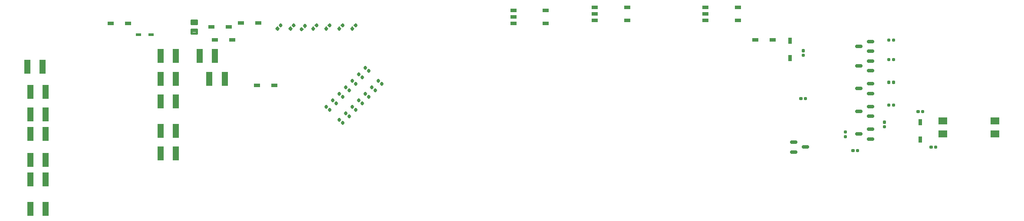
<source format=gbr>
G04 EAGLE Gerber RS-274X export*
G75*
%MOMM*%
%FSLAX34Y34*%
%LPD*%
%INSolderpaste Bottom*%
%IPPOS*%
%AMOC8*
5,1,8,0,0,1.08239X$1,22.5*%
G01*
%ADD10R,1.150000X2.700000*%
%ADD11C,0.240000*%
%ADD12C,0.260000*%
%ADD13R,1.050000X0.500000*%
%ADD14R,1.150000X0.800000*%
%ADD15C,0.460000*%
%ADD16R,0.800000X1.150000*%
%ADD17R,1.800000X1.400000*%
%ADD18C,0.650000*%
%ADD19R,1.200000X0.800000*%


D10*
X543800Y234950D03*
X573800Y234950D03*
X650000Y425450D03*
X620000Y425450D03*
X543800Y336550D03*
X573800Y336550D03*
X543800Y279400D03*
X573800Y279400D03*
X543800Y381000D03*
X573800Y381000D03*
X639050Y381000D03*
X669050Y381000D03*
X543800Y425450D03*
X573800Y425450D03*
X284173Y404585D03*
X314173Y404585D03*
X289800Y355600D03*
X319800Y355600D03*
X289800Y311150D03*
X319800Y311150D03*
X289800Y273050D03*
X319800Y273050D03*
X289800Y222250D03*
X319800Y222250D03*
X289800Y184150D03*
X319800Y184150D03*
X289800Y127000D03*
X319800Y127000D03*
D11*
X889623Y301632D02*
X892168Y304177D01*
X894713Y301632D01*
X892168Y299087D01*
X889623Y301632D01*
X889888Y301367D02*
X894448Y301367D01*
X892698Y303647D02*
X891638Y303647D01*
X898532Y297813D02*
X895987Y295268D01*
X898532Y297813D02*
X901077Y295268D01*
X898532Y292723D01*
X895987Y295268D01*
X896252Y295003D02*
X900812Y295003D01*
X899062Y297283D02*
X898002Y297283D01*
X902323Y314332D02*
X904868Y316877D01*
X907413Y314332D01*
X904868Y311787D01*
X902323Y314332D01*
X902588Y314067D02*
X907148Y314067D01*
X905398Y316347D02*
X904338Y316347D01*
X911232Y310513D02*
X908687Y307968D01*
X911232Y310513D02*
X913777Y307968D01*
X911232Y305423D01*
X908687Y307968D01*
X908952Y307703D02*
X913512Y307703D01*
X911762Y309983D02*
X910702Y309983D01*
X915023Y327032D02*
X917568Y329577D01*
X920113Y327032D01*
X917568Y324487D01*
X915023Y327032D01*
X915288Y326767D02*
X919848Y326767D01*
X918098Y329047D02*
X917038Y329047D01*
X923932Y323213D02*
X921387Y320668D01*
X923932Y323213D02*
X926477Y320668D01*
X923932Y318123D01*
X921387Y320668D01*
X921652Y320403D02*
X926212Y320403D01*
X924462Y322683D02*
X923402Y322683D01*
X927723Y339732D02*
X930268Y342277D01*
X932813Y339732D01*
X930268Y337187D01*
X927723Y339732D01*
X927988Y339467D02*
X932548Y339467D01*
X930798Y341747D02*
X929738Y341747D01*
X936632Y335913D02*
X934087Y333368D01*
X936632Y335913D02*
X939177Y333368D01*
X936632Y330823D01*
X934087Y333368D01*
X934352Y333103D02*
X938912Y333103D01*
X937162Y335383D02*
X936102Y335383D01*
X940423Y352432D02*
X942968Y354977D01*
X945513Y352432D01*
X942968Y349887D01*
X940423Y352432D01*
X940688Y352167D02*
X945248Y352167D01*
X943498Y354447D02*
X942438Y354447D01*
X949332Y348613D02*
X946787Y346068D01*
X949332Y348613D02*
X951877Y346068D01*
X949332Y343523D01*
X946787Y346068D01*
X947052Y345803D02*
X951612Y345803D01*
X949862Y348083D02*
X948802Y348083D01*
X953123Y365132D02*
X955668Y367677D01*
X958213Y365132D01*
X955668Y362587D01*
X953123Y365132D01*
X953388Y364867D02*
X957948Y364867D01*
X956198Y367147D02*
X955138Y367147D01*
X962032Y361313D02*
X959487Y358768D01*
X962032Y361313D02*
X964577Y358768D01*
X962032Y356223D01*
X959487Y358768D01*
X959752Y358503D02*
X964312Y358503D01*
X962562Y360783D02*
X961502Y360783D01*
X965823Y377832D02*
X968368Y380377D01*
X970913Y377832D01*
X968368Y375287D01*
X965823Y377832D01*
X966088Y377567D02*
X970648Y377567D01*
X968898Y379847D02*
X967838Y379847D01*
X974732Y374013D02*
X972187Y371468D01*
X974732Y374013D02*
X977277Y371468D01*
X974732Y368923D01*
X972187Y371468D01*
X972452Y371203D02*
X977012Y371203D01*
X975262Y373483D02*
X974202Y373483D01*
X875677Y320668D02*
X873132Y318123D01*
X870587Y320668D01*
X873132Y323213D01*
X875677Y320668D01*
X875412Y320403D02*
X870852Y320403D01*
X872602Y322683D02*
X873662Y322683D01*
X869313Y327032D02*
X866768Y324487D01*
X864223Y327032D01*
X866768Y329577D01*
X869313Y327032D01*
X869048Y326767D02*
X864488Y326767D01*
X866238Y329047D02*
X867298Y329047D01*
X885832Y330823D02*
X888377Y333368D01*
X885832Y330823D02*
X883287Y333368D01*
X885832Y335913D01*
X888377Y333368D01*
X888112Y333103D02*
X883552Y333103D01*
X885302Y335383D02*
X886362Y335383D01*
X882013Y339732D02*
X879468Y337187D01*
X876923Y339732D01*
X879468Y342277D01*
X882013Y339732D01*
X881748Y339467D02*
X877188Y339467D01*
X878938Y341747D02*
X879998Y341747D01*
X898532Y343523D02*
X901077Y346068D01*
X898532Y343523D02*
X895987Y346068D01*
X898532Y348613D01*
X901077Y346068D01*
X900812Y345803D02*
X896252Y345803D01*
X898002Y348083D02*
X899062Y348083D01*
X894713Y352432D02*
X892168Y349887D01*
X889623Y352432D01*
X892168Y354977D01*
X894713Y352432D01*
X894448Y352167D02*
X889888Y352167D01*
X891638Y354447D02*
X892698Y354447D01*
X911232Y356223D02*
X913777Y358768D01*
X911232Y356223D02*
X908687Y358768D01*
X911232Y361313D01*
X913777Y358768D01*
X913512Y358503D02*
X908952Y358503D01*
X910702Y360783D02*
X911762Y360783D01*
X907413Y365132D02*
X904868Y362587D01*
X902323Y365132D01*
X904868Y367677D01*
X907413Y365132D01*
X907148Y364867D02*
X902588Y364867D01*
X904338Y367147D02*
X905398Y367147D01*
X923932Y368923D02*
X926477Y371468D01*
X923932Y368923D02*
X921387Y371468D01*
X923932Y374013D01*
X926477Y371468D01*
X926212Y371203D02*
X921652Y371203D01*
X923402Y373483D02*
X924462Y373483D01*
X920113Y377832D02*
X917568Y375287D01*
X915023Y377832D01*
X917568Y380377D01*
X920113Y377832D01*
X919848Y377567D02*
X915288Y377567D01*
X917038Y379847D02*
X918098Y379847D01*
X936632Y381623D02*
X939177Y384168D01*
X936632Y381623D02*
X934087Y384168D01*
X936632Y386713D01*
X939177Y384168D01*
X938912Y383903D02*
X934352Y383903D01*
X936102Y386183D02*
X937162Y386183D01*
X932813Y390532D02*
X930268Y387987D01*
X927723Y390532D01*
X930268Y393077D01*
X932813Y390532D01*
X932548Y390267D02*
X927988Y390267D01*
X929738Y392547D02*
X930798Y392547D01*
X949332Y394323D02*
X951877Y396868D01*
X949332Y394323D02*
X946787Y396868D01*
X949332Y399413D01*
X951877Y396868D01*
X951612Y396603D02*
X947052Y396603D01*
X948802Y398883D02*
X949862Y398883D01*
X945513Y403232D02*
X942968Y400687D01*
X940423Y403232D01*
X942968Y405777D01*
X945513Y403232D01*
X945248Y402967D02*
X940688Y402967D01*
X942438Y405247D02*
X943498Y405247D01*
D12*
X771518Y476661D02*
X768761Y479418D01*
X771518Y482175D01*
X774275Y479418D01*
X771518Y476661D01*
X773988Y479131D02*
X769048Y479131D01*
X770944Y481601D02*
X772092Y481601D01*
X775125Y485782D02*
X777882Y483025D01*
X775125Y485782D02*
X777882Y488539D01*
X780639Y485782D01*
X777882Y483025D01*
X780352Y485495D02*
X775412Y485495D01*
X777308Y487965D02*
X778456Y487965D01*
X794126Y479383D02*
X796883Y476626D01*
X794126Y479383D02*
X796883Y482140D01*
X799640Y479383D01*
X796883Y476626D01*
X799353Y479096D02*
X794413Y479096D01*
X796309Y481566D02*
X797457Y481566D01*
X800490Y485747D02*
X803247Y482990D01*
X800490Y485747D02*
X803247Y488504D01*
X806004Y485747D01*
X803247Y482990D01*
X805717Y485460D02*
X800777Y485460D01*
X802673Y487930D02*
X803821Y487930D01*
X816023Y478310D02*
X818780Y475553D01*
X816023Y478310D02*
X818780Y481067D01*
X821537Y478310D01*
X818780Y475553D01*
X821250Y478023D02*
X816310Y478023D01*
X818206Y480493D02*
X819354Y480493D01*
X822386Y484674D02*
X825143Y481917D01*
X822386Y484674D02*
X825143Y487431D01*
X827900Y484674D01*
X825143Y481917D01*
X827613Y484387D02*
X822673Y484387D01*
X824569Y486857D02*
X825717Y486857D01*
X838653Y479446D02*
X841410Y476689D01*
X838653Y479446D02*
X841410Y482203D01*
X844167Y479446D01*
X841410Y476689D01*
X843880Y479159D02*
X838940Y479159D01*
X840836Y481629D02*
X841984Y481629D01*
X845017Y485810D02*
X847774Y483053D01*
X845017Y485810D02*
X847774Y488567D01*
X850531Y485810D01*
X847774Y483053D01*
X850244Y485523D02*
X845304Y485523D01*
X847200Y487993D02*
X848348Y487993D01*
X864011Y479418D02*
X866768Y476661D01*
X864011Y479418D02*
X866768Y482175D01*
X869525Y479418D01*
X866768Y476661D01*
X869238Y479131D02*
X864298Y479131D01*
X866194Y481601D02*
X867342Y481601D01*
X870375Y485782D02*
X873132Y483025D01*
X870375Y485782D02*
X873132Y488539D01*
X875889Y485782D01*
X873132Y483025D01*
X875602Y485495D02*
X870662Y485495D01*
X872558Y487965D02*
X873706Y487965D01*
X889411Y479418D02*
X892168Y476661D01*
X889411Y479418D02*
X892168Y482175D01*
X894925Y479418D01*
X892168Y476661D01*
X894638Y479131D02*
X889698Y479131D01*
X891594Y481601D02*
X892742Y481601D01*
X895775Y485782D02*
X898532Y483025D01*
X895775Y485782D02*
X898532Y488539D01*
X901289Y485782D01*
X898532Y483025D01*
X901002Y485495D02*
X896062Y485495D01*
X897958Y487965D02*
X899106Y487965D01*
X914811Y479418D02*
X917568Y476661D01*
X914811Y479418D02*
X917568Y482175D01*
X920325Y479418D01*
X917568Y476661D01*
X920038Y479131D02*
X915098Y479131D01*
X916994Y481601D02*
X918142Y481601D01*
X921175Y485782D02*
X923932Y483025D01*
X921175Y485782D02*
X923932Y488539D01*
X926689Y485782D01*
X923932Y483025D01*
X926402Y485495D02*
X921462Y485495D01*
X923358Y487965D02*
X924506Y487965D01*
D13*
X525080Y467360D03*
X501080Y467360D03*
D14*
X480550Y488950D03*
X446550Y488950D03*
X683750Y457200D03*
X649750Y457200D03*
X766300Y368300D03*
X732300Y368300D03*
X700550Y490220D03*
X734550Y490220D03*
D15*
X614550Y495050D02*
X604650Y495050D01*
X614550Y495050D02*
X614550Y488150D01*
X604650Y488150D01*
X604650Y495050D01*
X604650Y492520D02*
X614550Y492520D01*
X614550Y477050D02*
X604650Y477050D01*
X614550Y477050D02*
X614550Y470150D01*
X604650Y470150D01*
X604650Y477050D01*
X604650Y474520D02*
X614550Y474520D01*
D11*
X1795150Y438120D02*
X1798750Y438120D01*
X1798750Y434520D01*
X1795150Y434520D01*
X1795150Y438120D01*
X1795150Y436800D02*
X1798750Y436800D01*
X1798750Y429120D02*
X1795150Y429120D01*
X1798750Y429120D02*
X1798750Y425520D01*
X1795150Y425520D01*
X1795150Y429120D01*
X1795150Y427800D02*
X1798750Y427800D01*
D14*
X1703850Y457200D03*
X1737850Y457200D03*
D16*
X1771650Y421150D03*
X1771650Y455150D03*
D11*
X1877800Y279350D02*
X1881400Y279350D01*
X1881400Y275750D01*
X1877800Y275750D01*
X1877800Y279350D01*
X1877800Y278030D02*
X1881400Y278030D01*
X1881400Y270350D02*
X1877800Y270350D01*
X1881400Y270350D02*
X1881400Y266750D01*
X1877800Y266750D01*
X1877800Y270350D01*
X1877800Y269030D02*
X1881400Y269030D01*
X1892350Y243100D02*
X1892350Y239500D01*
X1892350Y243100D02*
X1895950Y243100D01*
X1895950Y239500D01*
X1892350Y239500D01*
X1892350Y241780D02*
X1895950Y241780D01*
X1901350Y243100D02*
X1901350Y239500D01*
X1901350Y243100D02*
X1904950Y243100D01*
X1904950Y239500D01*
X1901350Y239500D01*
X1901350Y241780D02*
X1904950Y241780D01*
D14*
X677400Y482600D03*
X643400Y482600D03*
D17*
X2070100Y273050D03*
X2070100Y298450D03*
X2171700Y298450D03*
X2171700Y273050D03*
D11*
X2044785Y249776D02*
X2044785Y246176D01*
X2044785Y249776D02*
X2048385Y249776D01*
X2048385Y246176D01*
X2044785Y246176D01*
X2044785Y248456D02*
X2048385Y248456D01*
X2053785Y249776D02*
X2053785Y246176D01*
X2053785Y249776D02*
X2057385Y249776D01*
X2057385Y246176D01*
X2053785Y246176D01*
X2053785Y248456D02*
X2057385Y248456D01*
D16*
X2025650Y262400D03*
X2025650Y296400D03*
D18*
X1932950Y454000D02*
X1925450Y454000D01*
X1925450Y435000D02*
X1932950Y435000D01*
X1909950Y444500D02*
X1902450Y444500D01*
X1925450Y415900D02*
X1932950Y415900D01*
X1932950Y396900D02*
X1925450Y396900D01*
X1909950Y406400D02*
X1902450Y406400D01*
X1925450Y327000D02*
X1932950Y327000D01*
X1932950Y308000D02*
X1925450Y308000D01*
X1909950Y317500D02*
X1902450Y317500D01*
X1925450Y371450D02*
X1932950Y371450D01*
X1932950Y352450D02*
X1925450Y352450D01*
X1909950Y361950D02*
X1902450Y361950D01*
X1925450Y282550D02*
X1932950Y282550D01*
X1932950Y263550D02*
X1925450Y263550D01*
X1909950Y273050D02*
X1902450Y273050D01*
X1782950Y238150D02*
X1775450Y238150D01*
X1775450Y257150D02*
X1782950Y257150D01*
X1798450Y247650D02*
X1805950Y247650D01*
D11*
X1962200Y455400D02*
X1962200Y459000D01*
X1965800Y459000D01*
X1965800Y455400D01*
X1962200Y455400D01*
X1962200Y457680D02*
X1965800Y457680D01*
X1971200Y459000D02*
X1971200Y455400D01*
X1971200Y459000D02*
X1974800Y459000D01*
X1974800Y455400D01*
X1971200Y455400D01*
X1971200Y457680D02*
X1974800Y457680D01*
X1962200Y420900D02*
X1962200Y417300D01*
X1962200Y420900D02*
X1965800Y420900D01*
X1965800Y417300D01*
X1962200Y417300D01*
X1962200Y419580D02*
X1965800Y419580D01*
X1971200Y420900D02*
X1971200Y417300D01*
X1971200Y420900D02*
X1974800Y420900D01*
X1974800Y417300D01*
X1971200Y417300D01*
X1971200Y419580D02*
X1974800Y419580D01*
X1962200Y376450D02*
X1962200Y372850D01*
X1962200Y376450D02*
X1965800Y376450D01*
X1965800Y372850D01*
X1962200Y372850D01*
X1962200Y375130D02*
X1965800Y375130D01*
X1971200Y376450D02*
X1971200Y372850D01*
X1971200Y376450D02*
X1974800Y376450D01*
X1974800Y372850D01*
X1971200Y372850D01*
X1971200Y375130D02*
X1974800Y375130D01*
X1962200Y332000D02*
X1962200Y328400D01*
X1962200Y332000D02*
X1965800Y332000D01*
X1965800Y328400D01*
X1962200Y328400D01*
X1962200Y330680D02*
X1965800Y330680D01*
X1971200Y332000D02*
X1971200Y328400D01*
X1971200Y332000D02*
X1974800Y332000D01*
X1974800Y328400D01*
X1971200Y328400D01*
X1971200Y330680D02*
X1974800Y330680D01*
X1957600Y285800D02*
X1954000Y285800D01*
X1954000Y289400D01*
X1957600Y289400D01*
X1957600Y285800D01*
X1957600Y288080D02*
X1954000Y288080D01*
X1954000Y294800D02*
X1957600Y294800D01*
X1954000Y294800D02*
X1954000Y298400D01*
X1957600Y298400D01*
X1957600Y294800D01*
X1957600Y297080D02*
X1954000Y297080D01*
X1790750Y341100D02*
X1790750Y344700D01*
X1794350Y344700D01*
X1794350Y341100D01*
X1790750Y341100D01*
X1790750Y343380D02*
X1794350Y343380D01*
X1799750Y344700D02*
X1799750Y341100D01*
X1799750Y344700D02*
X1803350Y344700D01*
X1803350Y341100D01*
X1799750Y341100D01*
X1799750Y343380D02*
X1803350Y343380D01*
D19*
X1232150Y501650D03*
X1232150Y514350D03*
X1232150Y488950D03*
X1295150Y514350D03*
X1295150Y488950D03*
X1606800Y508000D03*
X1606800Y520700D03*
X1606800Y495300D03*
X1669800Y520700D03*
X1669800Y495300D03*
X1390900Y508000D03*
X1390900Y520700D03*
X1390900Y495300D03*
X1453900Y520700D03*
X1453900Y495300D03*
D11*
X2031950Y319300D02*
X2031950Y315700D01*
X2028350Y315700D01*
X2028350Y319300D01*
X2031950Y319300D01*
X2031950Y317980D02*
X2028350Y317980D01*
X2022950Y319300D02*
X2022950Y315700D01*
X2019350Y315700D01*
X2019350Y319300D01*
X2022950Y319300D01*
X2022950Y317980D02*
X2019350Y317980D01*
M02*

</source>
